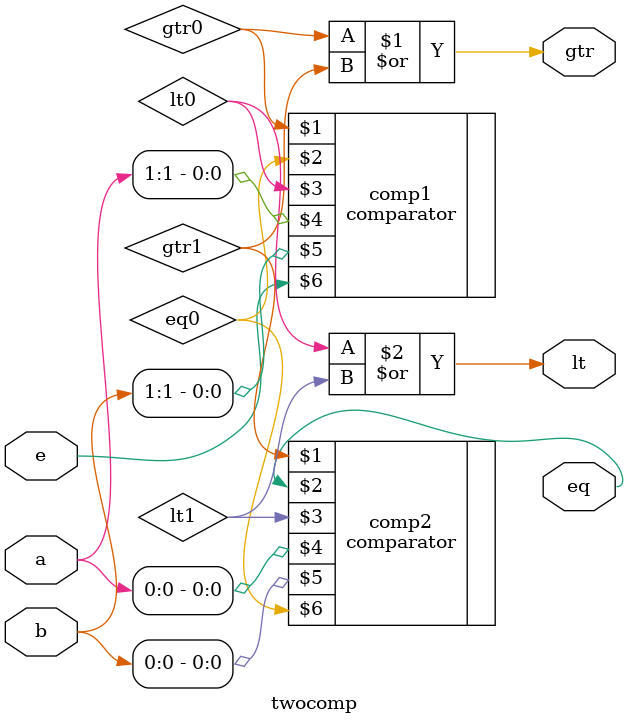
<source format=v>
module twocomp(gtr, eq, lt, a, b, e);

input [1:0]a;
input [1:0]b;
input e;
output gtr, eq, lt;

wire gtr0, eq0, lt0, gtr1, lt1;

comparator comp1(gtr0, eq0, lt0, a[1], b[1], e);
comparator comp2(gtr1, eq, lt1, a[0], b[0], eq0);
or G1(gtr, gtr0, gtr1);
or G2(lt, lt0, lt1);

endmodule
</source>
